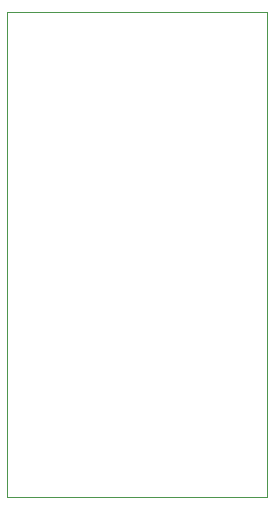
<source format=gbr>
G04 #@! TF.GenerationSoftware,KiCad,Pcbnew,(5.1.2)-1*
G04 #@! TF.CreationDate,2019-07-20T20:07:49-05:00*
G04 #@! TF.ProjectId,rSTM32F030K6T6,7253544d-3332-4463-9033-304b3654362e,rev?*
G04 #@! TF.SameCoordinates,Original*
G04 #@! TF.FileFunction,Profile,NP*
%FSLAX46Y46*%
G04 Gerber Fmt 4.6, Leading zero omitted, Abs format (unit mm)*
G04 Created by KiCad (PCBNEW (5.1.2)-1) date 2019-07-20 20:07:49*
%MOMM*%
%LPD*%
G04 APERTURE LIST*
%ADD10C,0.050000*%
G04 APERTURE END LIST*
D10*
X36000000Y-79000000D02*
X36000000Y-38000000D01*
X58000000Y-79000000D02*
X36000000Y-79000000D01*
X58000000Y-38000000D02*
X58000000Y-79000000D01*
X36000000Y-38000000D02*
X58000000Y-38000000D01*
M02*

</source>
